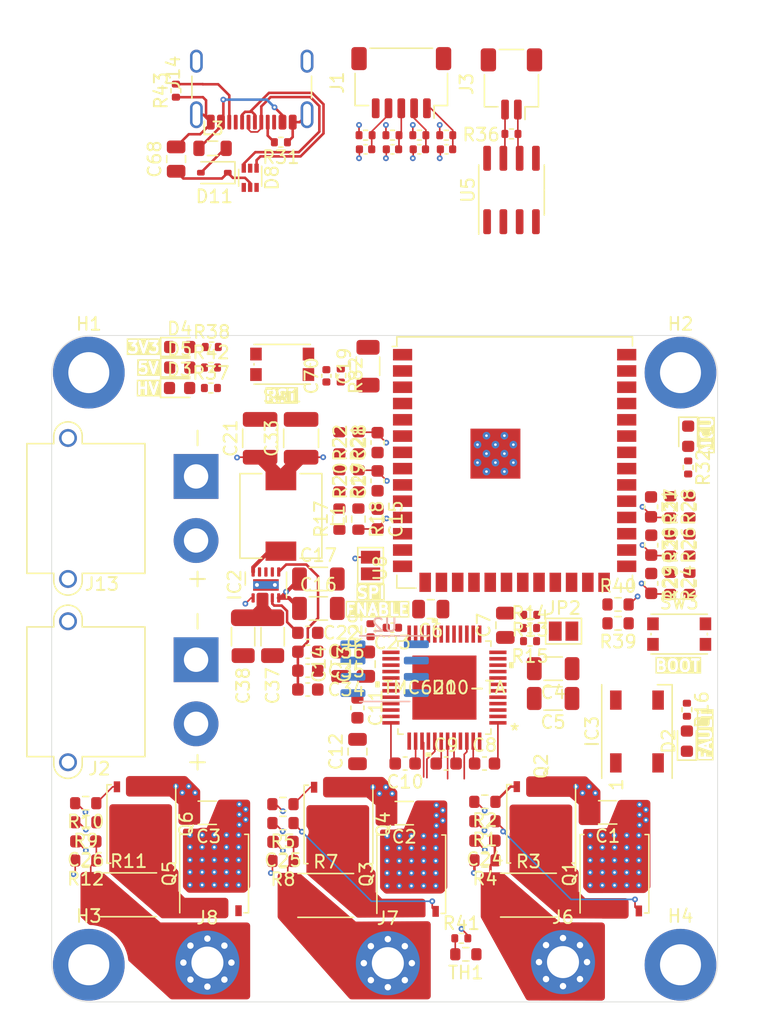
<source format=kicad_pcb>
(kicad_pcb (version 20221018) (generator pcbnew)
  (layers (0 "F.Cu" signal) (1 "In1.Cu" signal "GND") (2 "In2.Cu" signal "VM") (31 "B.Cu" signal) (34 "B.Paste" user) (35 "F.Paste" user) (36 "B.SilkS" user "B.Silkscreen") (37 "F.SilkS" user "F.Silkscreen") (38 "B.Mask" user) (39 "F.Mask" user) (44 "Edge.Cuts" user))
  (net 0 "")
  (net 1 "Net-(U1-12VOUT)")
  (net 2 "GND")
  (net 3 "Net-(U1-CPO)")
  (net 4 "Net-(U1-CPI)")
  (net 5 "Net-(U1-VCP)")
  (net 6 "Net-(J6-Pin_1)")
  (net 7 "Net-(J7-Pin_1)")
  (net 8 "/Power/HSU")
  (net 9 "/Power/LSU")
  (net 10 "/Power/SENSE_U")
  (net 11 "/Power/HSV")
  (net 12 "/Power/LSV")
  (net 13 "/Power/SENSE_V")
  (net 14 "/Power/HSW")
  (net 15 "/Power/LSW")
  (net 16 "/Power/SENSE_W")
  (net 17 "/Power/5VOUT")
  (net 18 "Net-(J8-Pin_1)")
  (net 19 "/Power/VOFS")
  (net 20 "/Power/CU")
  (net 21 "/Power/CV")
  (net 22 "/Power/CW")
  (net 23 "EN")
  (net 24 "Net-(D2-A)")
  (net 25 "USB_D+")
  (net 26 "USB_D-")
  (net 27 "MCU_D-")
  (net 28 "MCU_D+")
  (net 29 "Net-(D11-A)")
  (net 30 "+3V3")
  (net 31 "+5V")
  (net 32 "/PHASE_U_RAW")
  (net 33 "/PHASE_V_RAW")
  (net 34 "/PHASE_W_RAW")
  (net 35 "/CUR_U")
  (net 36 "/CUR_V")
  (net 37 "/CUR_W")
  (net 38 "/PHASE_U_FILTERED")
  (net 39 "/PHASE_V_FILTERED")
  (net 40 "/PHASE_W_FILTERED")
  (net 41 "Net-(J3-Pin_1)")
  (net 42 "Net-(JP1-B)")
  (net 43 "VBUS")
  (net 44 "/CURU_5V")
  (net 45 "/CURV_5V")
  (net 46 "/CURW_5V")
  (net 47 "/MCU/WL")
  (net 48 "/MCU/WH")
  (net 49 "/MCU/VL")
  (net 50 "/MCU/VH")
  (net 51 "/MCU/UL")
  (net 52 "/MCU/UH")
  (net 53 "/MCU/DRV_ENABLE")
  (net 54 "Net-(Q1-G)")
  (net 55 "Net-(Q2-G)")
  (net 56 "Net-(J3-Pin_2)")
  (net 57 "Net-(J14-CC2)")
  (net 58 "Net-(Q3-G)")
  (net 59 "Net-(Q4-G)")
  (net 60 "Net-(Q5-G)")
  (net 61 "Net-(Q6-G)")
  (net 63 "/HALL1")
  (net 64 "/HALL2")
  (net 65 "/HALL3")
  (net 66 "/MCU/MAG_CSN")
  (net 67 "/MCU/MAG_CLK")
  (net 68 "/MCU/MAG_DO")
  (net 74 "/MCU/DRV_NCS")
  (net 76 "/VM")
  (net 77 "/V_M_FILTERED")
  (net 78 "/PCB_TEMP")
  (net 79 "/Power/FAULT")
  (net 81 "/MCU/IO2")
  (net 82 "BOOT")
  (net 83 "/MCU/DRV_SCK")
  (net 84 "/MCU/DRV_MOSI")
  (net 85 "/MCU/DRV_MISO")
  (net 88 "I2C_SDA")
  (net 89 "I2C_SCL")
  (net 90 "/CAN_TX")
  (net 91 "/CAN_RX")
  (net 92 "/MOTOR_TEMP")
  (net 94 "Net-(IC2-VCC)")
  (net 95 "Net-(IC2-SS)")
  (net 96 "Net-(IC2-LX)")
  (net 99 "Net-(D1-A)")
  (net 100 "Net-(J14-CC1)")
  (net 103 "/MCU/LED")
  (net 104 "Net-(D3-A)")
  (net 105 "Net-(D4-A)")
  (net 106 "Net-(D5-A)")
  (footprint "Capacitor_SMD:C_1210_3225Metric" (layer "F.Cu") (at 149.325 102.51 90)
    (fp_text reference "C33")
    (fp_text value "22uF")
  )
  (footprint "Package_TO_SOT_SMD:TDSON-8-1" (layer "F.Cu") (at 157.926677 136.518081 90)
    (fp_text reference "Q3")
    (fp_text value "BSC026N08NS5" hide)
  )
  (footprint "Capacitor_SMD:C_0402_1005Metric" (layer "F.Cu") (at 158.56 79.96 180)
    (fp_text reference "C45" hide)
    (fp_text value "DNP")
  )
  (footprint "Capacitor_SMD:C_0603_1608Metric" (layer "F.Cu") (at 147.911507 133.993305 180)
    (fp_text reference "C25")
    (fp_text value "1nF/100V")
  )
  (footprint "Connector_JST:JST_SH_SM05B-SRSS-TB_1x05-1MP_P1.00mm_Horizontal" (layer "F.Cu") (at 157.15 74.76 180)
    (fp_text reference "J1")
    (fp_text value "Conn_01x05_Pin")
  )
  (footprint "Resistor_SMD:R_0402_1005Metric" (layer "F.Cu") (at 179.45 123.685 -90)
    (fp_text reference "R16")
    (fp_text value "330")
  )
  (footprint "Resistor_SMD:R_0603_1608Metric" (layer "F.Cu") (at 132.509752 130.979922 180)
    (fp_text reference "R10")
    (fp_text value "2R2")
  )
  (footprint "Capacitor_SMD:C_1206_3216Metric" (layer "F.Cu") (at 173.265519 131.695419 180)
    (fp_text reference "C1")
    (fp_text value "2.2uF/50V")
  )
  (footprint "Resistor_SMD:R_0603_1608Metric" (layer "F.Cu") (at 153.8 108.813172 -90)
    (fp_text reference "R18")
    (fp_text value "2k2")
  )
  (footprint "Connector_JST:JST_SH_SM02B-SRSS-TB_1x02-1MP_P1.00mm_Horizontal" (layer "F.Cu") (at 165.75 74.86 180)
    (fp_text reference "J3")
    (fp_text value "Conn_01x02_Pin")
  )
  (footprint "Capacitor_SMD:C_1210_3225Metric" (layer "F.Cu") (at 146.125 102.51 90)
    (fp_text reference "C21")
    (fp_text value "22uF")
  )
  (footprint "Capacitor_SMD:C_0805_2012Metric" (layer "F.Cu") (at 159.45 115.835 180)
    (fp_text reference "C6")
    (fp_text value "100nF/100V")
  )
  (footprint "Resistor_SMD:R_0402_1005Metric" (layer "F.Cu") (at 154.75 117.485 90)
    (fp_text reference "R29")
    (fp_text value "10k")
  )
  (footprint "Capacitor_SMD:C_0603_1608Metric" (layer "F.Cu") (at 176.664789 110.845555 -90)
    (fp_text reference "C30")
    (fp_text value "DNP")
  )
  (footprint "Package_SO:SOIC-8_3.9x4.9mm_P1.27mm" (layer "F.Cu") (at 165.755 83.135 90)
    (fp_text reference "U5")
    (fp_text value "SN65HVD232")
  )
  (footprint "Resistor_SMD:R_0603_1608Metric" (layer "F.Cu") (at 153.812917 102.859999 90)
    (fp_text reference "R22")
    (fp_text value "2k2")
  )
  (footprint "footprints:TMC6200-TA" (layer "F.Cu") (at 160.517377 121.959684 180)
    (fp_text reference "U1")
    (fp_text value "TMC6200-TA")
  )
  (footprint "Resistor_SMD:R_0603_1608Metric" (layer "F.Cu") (at 163.675 130.871964 180)
    (fp_text reference "R2")
    (fp_text value "2R2")
  )
  (footprint "Resistor_SMD:R_0402_1005Metric" (layer "F.Cu") (at 167.201002 117.313901)
    (fp_text reference "R14")
    (fp_text value "10k")
  )
  (footprint "LED_SMD:LED_0603_1608Metric" (layer "F.Cu") (at 179.55 102.3475 -90)
    (fp_text reference "D1")
    (fp_text value "LED")
  )
  (footprint "Resistor_SMD:R_2512_6332Metric" (layer "F.Cu") (at 167.079038 138.153634)
    (fp_text reference "R3")
    (fp_text value "33mR")
  )
  (footprint "Resistor_SMD:R_0402_1005Metric" (layer "F.Cu") (at 154.36 78.86)
    (fp_text reference "R35" hide)
    (fp_text value "2k2")
  )
  (footprint "Capacitor_SMD:C_0805_2012Metric" (layer "F.Cu") (at 153.729153 126.949381 90)
    (fp_text reference "C12")
    (fp_text value "100nF/100V")
  )
  (footprint "Capacitor_SMD:C_0603_1608Metric" (layer "F.Cu") (at 149.849999 120.639237)
    (fp_text reference "C35")
    (fp_text value "1nF/100V")
  )
  (footprint "Capacitor_SMD:C_0603_1608Metric" (layer "F.Cu") (at 160.65 127.885)
    (fp_text reference "C9")
    (fp_text value "470nF/16V")
  )
  (footprint "Resistor_SMD:R_2512_6332Metric" (layer "F.Cu") (at 151.249685 138.174928)
    (fp_text reference "R7")
    (fp_text value "33mR")
  )
  (footprint "Capacitor_SMD:C_1206_3216Metric" (layer "F.Cu") (at 154.55 96.885 90)
    (fp_text reference "C19")
    (fp_text value "100nF")
  )
  (footprint "Resistor_SMD:R_0603_1608Metric" (layer "F.Cu") (at 174.076176 116.945 180)
    (fp_text reference "R39")
    (fp_text value "22k")
  )
  (footprint "RF_Module:ESP32-S3-WROOM-1U" (layer "F.Cu") (at 166 104.395)
    (fp_text reference "U8")
    (fp_text value "ESP32-S3-WROOM-1")
  )
  (footprint "Capacitor_SMD:C_0603_1608Metric" (layer "F.Cu") (at 163.681897 133.905997 180)
    (fp_text reference "C24")
    (fp_text value "1nF/100V")
  )
  (footprint "Resistor_SMD:R_0603_1608Metric" (layer "F.Cu") (at 132.514208 135.450652 180)
    (fp_text reference "R12")
    (fp_text value "10R")
  )
  (footprint "Resistor_SMD:R_2512_6332Metric" (layer "F.Cu") (at 135.863235 138.125441)
    (fp_text reference "R11")
    (fp_text value "33mR")
  )
  (footprint "Resistor_SMD:R_0402_1005Metric" (layer "F.Cu") (at 152.425 97.61 -90)
    (fp_text reference "R82")
    (fp_text value "10K")
  )
  (footprint "Capacitor_SMD:C_1206_3216Metric" (layer "F.Cu") (at 144.8 117.989235 -90)
    (fp_text reference "C38")
    (fp_text value "2.2uF")
  )
  (footprint "Resistor_SMD:R_0603_1608Metric" (layer "F.Cu") (at 147.915557 135.48646 180)
    (fp_text reference "R8")
    (fp_text value "10R")
  )
  (footprint "Jumper:SolderJumper-2_P1.3mm_Open_Pad1.0x1.5mm" (layer "F.Cu") (at 154.75 112.435 -90)
    (fp_text reference "JP1" hide)
    (fp_text value "SolderJumper_2_Open" hide)
  )
  (footprint "Button_Switch_SMD:SW_Push_1P1T_NO_CK_KMR2" (layer "F.Cu") (at 178.85 117.785)
    (fp_text reference "SW3")
    (fp_text value "SW_Push_Dual_x2")
  )
  (footprint "Jumper:SolderJumper-2_P1.3mm_Open_Pad1.0x1.5mm" (layer "F.Cu") (at 169.8195 117.554533)
    (fp_text reference "JP2")
    (fp_text value "SolderJumper_2_Open")
  )
  (footprint "Resistor_SMD:R_0603_1608Metric" (layer "F.Cu") (at 132.519164 132.46849 180)
    (fp_text reference "R9")
    (fp_text value "2R2")
  )
  (footprint "MountingHole:MountingHole_2.5mm_Pad_Via" (layer "F.Cu") (at 142.010825 143.417328)
    (fp_text reference "J8")
    (fp_text value "Conn_02x02_Counter_Clockwise")
  )
  (footprint "Capacitor_SMD:C_0603_1608Metric" (layer "F.Cu") (at 176.66265 113.831775 -90)
    (fp_text reference "C29")
    (fp_text value "DNP")
  )
  (footprint "Connector_AMASS:AMASS_XT30PW-M_1x02_P2.50mm_Horizontal" (layer "F.Cu") (at 141.125 105.485 90)
    (fp_text reference "J13")
    (fp_text value "Conn_01x02")
  )
  (footprint "MountingHole:MountingHole_2.5mm_Pad_Via" (layer "F.Cu") (at 169.775825 143.376887)
    (fp_text reference "J6")
    (fp_text value "Conn_02x02_Counter_Clockwise")
  )
  (footprint "Capacitor_SMD:C_1206_3216Metric" (layer "F.Cu") (at 141.998859 131.727162 180)
    (fp_text reference "C3")
    (fp_text value "2.2uF/50V")
  )
  (footprint "Resistor_SMD:R_0603_1608Metric" (layer "F.Cu") (at 152.316829 102.863171 -90)
    (fp_text reference "R21")
    (fp_text value "1k5")
  )
  (footprint "Capacitor_SMD:C_0805_2012Metric" (layer "F.Cu") (at 152.405112 120.135 90)
    (fp_text reference "C14")
    (fp_text value "100nF/100V")
  )
  (footprint "Capacitor_SMD:C_0805_2012Metric" (layer "F.Cu") (at 139.566872 80.724609 90)
    (fp_text reference "C68")
    (fp_text value "22uF")
  )
  (footprint "Package_TO_SOT_SMD:SOT-563" (layer "F.Cu") (at 145.35 82.185 -90)
    (fp_text reference "D8")
    (fp_text value "NUF2042XV6T1G")
  )
  (footprint "Resistor_SMD:R_0603_1608Metric" (layer "F.Cu") (at 147.909075 131.055408 180)
    (fp_text reference "R6" hide)
    (fp_text value "2R2")
  )
  (footprint "Inductor_SMD:L_0805_2012Metric" (layer "F.Cu") (at 142.413481 79.885482)
    (fp_text reference "L3")
    (fp_text value "100Mhz 40Ohm 1.5A")
  )
  (footprint "Resistor_SMD:R_0402_1005Metric" (layer "F.Cu") (at 156.46 78.86)
    (fp_text reference "R34" hide)
    (fp_text value "2k2")
  )
  (footprint "Capacitor_SMD:C_0805_2012Metric" (layer "F.Cu") (at 165.272312 117.09648 90)
    (fp_text reference "C7")
    (fp_text value "100nF/100V")
  )
  (footprint "LED_SMD:LED_0603_1608Metric" (layer "F.Cu") (at 139.85 95.385)
    (fp_text reference "D4")
    (fp_text value "LED")
  )
  (footprint "Resistor_SMD:R_0603_1608Metric" (layer "F.Cu") (at 163.679707 132.386826 180)
    (fp_text reference "R1")
    (fp_text value "2R2")
  )
  (footprint "Capacitor_SMD:C_0402_1005Metric" (layer "F.Cu") (at 156.46 79.96 180)
    (fp_text reference "C46" hide)
    (fp_text value "DNP")
  )
  (footprint "Resistor_SMD:R_0603_1608Metric" (layer "F.Cu") (at 179.65 110.834679 90)
    (fp_text reference "R25")
    (fp_text value "22k")
  )
  (footprint "Resistor_SMD:R_0402_1005Metric" (layer "F.Cu") (at 147.75 79.411745 180)
    (fp_text reference "R31")
    (fp_text value "5.1K")
  )
  (footprint "Capacitor_SMD:C_0603_1608Metric" (layer "F.Cu") (at 149.85 117.685)
    (fp_text reference "C22")
    (fp_text value "2.2uF")
  )
  (footprint "Resistor_SMD:R_0402_1005Metric" (layer "F.Cu") (at 158.56 78.86)
    (fp_text reference "R33" hide)
    (fp_text value "2k2")
  )
  (footprint "LED_SMD:LED_WS2812B_PLCC4_5.0x5.0mm_P3.2mm" (layer "F.Cu") (at 175.55 125.385 90)
    (fp_text reference "IC3")
    (fp_text value "WS2812B")
  )
  (footprint "MountingHole:MountingHole_2.5mm_Pad_Via" (layer "F.Cu") (at 156.099403 143.459175)
    (fp_text reference "J7")
    (fp_text value "Conn_02x02_Counter_Clockwise")
  )
  (footprint "Connector_AMASS:AMASS_XT30PW-M_1x02_P2.50mm_Horizontal" (layer "F.Cu") (at 141.125 119.785 90)
    (fp_text reference "J2")
    (fp_text value "Conn_01x02")
  )
  (footprint "Resistor_SMD:R_0402_1005Metric" (layer "F.Cu") (at 161.835537 141.518209)
    (fp_text reference "R41")
    (fp_text value "10k")
  )
  (footprint "Package_TO_SOT_SMD:TDSON-8-1" (layer "F.Cu") (at 152.246799 132.633113 -90)
    (fp_text reference "Q4")
    (fp_text value "BSC026N08NS5")
  )
  (footprint "Package_TO_SOT_SMD:TDSON-8-1" (layer "F.Cu") (at 136.851971 132.600104 -90)
    (fp_text reference "Q6")
    (fp_text value "BSC026N08NS5")
  )
  (footprint "MountingHole:MountingHole_3.2mm_M3_DIN965_Pad_TopBottom" (layer "F.Cu") (at 132.75 97.385)
    (fp_text reference "H1")
    (fp_text value "MountingHole_Pad")
  )
  (footprint "Capacitor_SMD:C_0603_1608Metric" (layer "F.Cu") (at 155.3 108.81 -90)
    (fp_text reference "C15")
    (fp_text value "DNP")
  )
  (footprint "Resistor_SMD:R_0603_1608Metric" (layer "F.Cu") (at 178.138194 113.829416 -90)
    (fp_text reference "R24")
    (fp_text value "1k5")
  )
  (footprint "Package_TO_SOT_SMD:TDSON-8-1" (layer "F.Cu") (at 142.535466 136.468482 90)
    (fp_text reference "Q5")
    (fp_text value "BSC026N08NS5" hide)
  )
  (footprint "Resistor_SMD:R_0603_1608Metric" (layer "F.Cu") (at 179.65 113.828405 90)
    (fp_text reference "R23")
    (fp_text value "22k")
  )
  (footprint "Resistor_SMD:R_0402_1005Metric" (layer "F.Cu") (at 167.202353 118.334793 180)
    (fp_text reference "R15")
    (fp_text value "10k")
  )
  (footprint "LED_SMD:LED_0603_1608Metric" (layer "F.Cu") (at 139.8375 98.585)
    (fp_text reference "D3")
    (fp_text value "LED")
  )
  (footprint "Capacitor_SMD:C_1206_3216Metric" (layer "F.Cu") (at 150.675 113.485)
    (fp_text reference "C17")
    (fp_text value "100nF")
  )
  (footprint "Resistor_SMD:R_0603_1608Metric" (layer "F.Cu") (at 174.075 115.472228)
    (fp_text reference "R40")
    (fp_text value "1k5")
  )
  (footprint "Resistor_SMD:R_0402_1005Metric" (layer "F.Cu") (at 165.75 78.76)
    (fp_text reference "R36")
    (fp_text value "120")
  )
  (footprint "Package_TO_SOT_SMD:TDSON-8-1" (layer "F.Cu") (at 173.794844 136.485 90)
    (fp_text reference "Q1")
    (fp_text value "BSC026N08NS5" hide)
  )
  (footprint "Capacitor_SMD:C_0402_1005Metric" (layer "F.Cu") (at 160.68 79.96 180)
    (fp_text reference "C32" hide)
    (fp_text value "100nF")
  )
  (footprint "Resistor_SMD:R_0603_1608Metric" (layer "F.Cu") (at 178.15 110.835 -90)
    (fp_text reference "R26")
    (fp_text value "1k5")
  )
  (footprint "Capacitor_SMD:C_0402_1005Metric" (layer "F.Cu") (at 151.3 97.635 90)
    (fp_text reference "C70")
    (fp_text value "1uF")
  )
  (footprint "Resistor_SMD:R_0402_1005Metric" (layer "F.Cu") (at 167.217378 116.284183 180)
    (fp_text reference "R13")
    (fp_text value "DNP")
  )
  (footprint "Package_TO_SOT_SMD:TDSON-8-1" (layer "F.Cu") (at 168.072522 132.587465 -90)
    (fp_text reference "Q2")
    (fp_text value "BSC026N08NS5")
  )
  (footprint "Resistor_SMD:R_0603_1608Metric" (layer "F.Cu") (at 162.189533 142.767152 180)
    (fp_text reference "TH1")
    (fp_text value "Thermistor_NTC")
  )
  (footprint "Capacitor_SMD:C_0603_1608Metric" (layer "F.Cu") (at 155.297222 102.843171 90)
    (fp_text reference "C28")
    (fp_text value "DNP")
  )
  (footprint "Capacitor_SMD:C_0603_1608Metric" (layer "F.Cu") (at 149.85 119.16)
    (fp_text reference "C36")
    (fp_text value "1nF/100V")
  )
  (footprint "LED_SMD:LED_0603_1608Metric" (layer "F.Cu") (at 179.45 126.135 90)
    (fp_text reference "D2")
    (fp_text value "LED")
  )
  (footprint "Capacitor_SMD:C_0402_1005Metric" (layer "F.Cu") (at 154.36 79.96 180)
    (fp_text reference "C47" hide)
    (fp_text value "DNP")
  )
  (footprint "Capacitor_SMD:C_0603_1608Metric" (layer "F.Cu") (at 153.723666 123.540738 -90)
    (fp_text reference "C11")
    (fp_text value "22nF/100V")
  )
  (footprint "Resistor_SMD:R_0402_1005Metric" (layer "F.Cu") (at 179.55 104.785 -90)
    (fp_text reference "R32")
    (fp_text value "330")
  )
  (footprint "Capacitor_SMD:C_0603_1608Metric" (layer "F.Cu") (at 132.51865 133.959438 180)
    (fp_text reference "C26")
    (fp_text value "1nF/100V")
  )
  (footprint "Resistor_SMD:R_0603_1608Metric" (layer "F.Cu") (at 152.316829 105.828171 -90)
    (fp_text reference "R19")
    (fp_text value "1k5")
  )
  (footprint "Connector_USB:USB_C_Receptacle_GCT_USB4105-xx-A_16P_TopMnt_Horizontal" (layer "F.Cu") (at 145.47 74.16 180)
    (fp_text reference "J14")
    (fp_text value "USB_C_Receptacle_USB2.0")
  )
  (footprint "MountingHole:MountingHole_3.2mm_M3_DIN965_Pad_TopBottom" (layer "F.Cu") (at 132.75 143.585)
    (fp_text reference "H3")
    (fp_text value "MountingHole_Pad")
  )
  (footprint "Package_DFN_QFN:TDFN-10-1EP_2x3mm_P0.5mm_EP0.9x2mm_ThermalVias" (layer "F.Cu") (at 146.579236 113.951737 90)
    (fp_text reference "IC2")
    (fp_text value "MAX17502EATB+T")
  )
  (footprint "Resistor_SMD:R_0603_1608Metric" (layer "F.Cu") (at 153.814399 105.824999 90)
    (fp_text reference "R20")
    (fp_text value "2k2")
  )
  (footprint "Capacitor_SMD:C_0603_1608Metric" (layer "F.Cu") (at 157.45 127.885 180)
    (fp_text reference "C10")
    (fp_text value "470nF/16V")
  )
  (footprint "Resistor_SMD:R_0603_1608Metric" (layer "F.Cu") (at 163.68576 135.436405 180)
    (fp_text reference "R4")
    (fp_text value "10R")
  )
  (footprint "Capacitor_SMD:C_0603_1608Metric" (layer "F.Cu") (at 155.297222 105.828171 90)
    (fp_text reference "C27")
    (fp_text value "DNP")
  )
  (footprint "Capacitor_SMD:C_0402_1005Metric" (layer "F.Cu") (at 156.45 117.285 180)
    (fp_text reference "C23")
    (fp_text value "0.1uF")
  )
  (footprint "Resistor_SMD:R_0402_1005Metric" (layer "F.Cu") (at 139.55 75.385 90)
    (fp_text reference "R43")
    (fp_text value "5.1K")
  )
  (footprint "Capacitor_SMD:C_0603_1608Metric" (layer "F.Cu") (at 163.65 127.885)
    (fp_text reference "C8")
    (fp_text value "470nF/16V")
  )
  (footprint "Resistor_SMD:R_0603_1608Metric" (layer "F.Cu") (at 147.910763 132.52902 180)
    (fp_text reference "R5")
    (fp_text value "2R2")
  )
  (footprint "Resistor_SMD:R_0603_1608Metric" (layer "F.Cu") (at 179.65 107.859751 90)
    (fp_text reference "R27")
    (fp_text value "22k")
  )
  (footprint "Capacitor_SMD:C_0805_2012Metric" (layer "F.Cu") (at 154.375 120.130582 90)
    (fp_text reference "C13")
    (fp_text value "100nF/100V" hide)
  )
  (footprint "MountingHole:MountingHole_3.2mm_M3_DIN965_Pad_TopBottom" (layer "F.Cu") (at 178.95 97.385)
    (fp_text reference "H2")
    (fp_text value "MountingHole_Pad")
  )
  (footprint "LED_SMD:LED_0603_1608Metric" (layer "F.Cu") (at 139.85 96.985)
    (fp_text reference "D5")
    (fp_text value "LED")
  )
  (footprint "Button_Switch_SMD:SW_Push_1P1T_NO_CK_KMR2" (layer "F.Cu") (at 147.85 96.735 180)
    (fp_text reference "SW1")
    (fp_text value "SW_Push_Dual_x2")
  )
  (footprint "Capacitor_SMD:C_1206_3216Metric" (layer "F.Cu") (at 150.675 115.785)
    (fp_text reference "C16")
    (fp_text value "2.2uF")
  )
  (footprint "Capacitor_SMD:C_1206_3216Metric" (layer "F.Cu") (at 169.002659 122.808212 180)
    (fp_text reference "C5")
    (fp_text value "2.2uF/50V")
  )
  (footprint "Capacitor_SMD:C_1206_3216Metric" (layer "F.Cu") (at 169.009356 120.482629 180)
    (fp_text reference "C4")
    (fp_text value "2.2uF/50V")
  )
  (footprint "Capacitor_SMD:C_1206_3216Metric" (layer "F.Cu") (at 147.104236 117.989237 -90)
    (fp_text reference "C37")
    (fp_text value "2.2uF")
  )
  (footprint "Resistor_SMD:R_0402_1005Metric" (layer "F.Cu") (at 142.35 95.385)
    (fp_text reference "R38")
    (fp_text value "330")
  )
  (footprint "Capacitor_SMD:C_0603_1608Metric" (layer "F.Cu") (at 176.65 107.86 -90)
    (fp_text reference "C31")
    (fp_text value "DNP")
  )
  (footprint "Resistor_SMD:R_0603_1608Metric" (layer "F.Cu") (at 152.316829 108.813171 90)
    (fp_text reference "R17")
    (fp_text value "1k5")
  )
  (footprint "Capacitor_SMD:C_1206_3216Metric" (layer "F.Cu") (at 157.381781 131.752786 180)
    (fp_text reference "C2")
    (fp_text value "2.2uF/50V")
  )
  (footprint "Inductor_SMD:L_6.3x6.3_H3" (layer "F.Cu") (at 147.75 108.564236 -90)
    (fp_text reference "L1")
    (fp_text value "L 15uh")
  )
  (footprint "Resistor_SMD:R_0402_1005Metric" (layer "F.Cu") (at 160.66 78.86)
    (fp_text reference "R30" hide)
    (fp_text value "10k")
  )
  (footprint "MountingHole:MountingHole_3.2mm_M3_DIN965_Pad_TopBottom" (layer "F.Cu") (at 178.95 143.585)
    (fp_text reference "H4")
    (fp_text value "MountingHole_Pad")
  )
  (footprint "Resistor_SMD:R_0402_1005Metric" (layer "F.Cu") (at 142.29 96.985)
    (fp_text reference "R42")
    (fp_text value "330")
  )
  (footprint "Resistor_SMD:R_0402_1005Metric" (layer "F.Cu") (at 142.285 98.585)
    (fp_text reference "R37")
    (fp_text value "330")
  )
  (footprint "Capacitor_SMD:C_0603_1608Metric" (layer "F.Cu") (at 149.85 122.11)
    (fp_text reference "C34")
    (fp_text value "1nF/100V")
  )
  (footprint "Resistor_SMD:R_0603_1608Metric" (layer "F.Cu") (at 178.15 107.86 -90)
    (fp_text reference "R28")
    (fp_text value "1k5")
  )
  (footprint "Diode_SMD:D_SOD-323" (layer "F.Cu") (at 142.55 81.785 180)
    (fp_text reference "D11")
    (fp_text value "D")
  )
  (footprint "Package_SO:SOIC-8_3.9x4.9mm_P1.27mm" (layer "B.Cu") (at 155.85 120.485 180)
    (fp_text reference "U2")
    (fp_text value "MT6701-CT")
  )
  (gr_arc (start 129.85 97.485) (mid 130.72868 95.36368) (end 132.85 94.485) (stroke (width 0.05)) (layer "Edge.Cuts"))
  (gr_arc (start 132.85 146.485) (mid 130.72868 145.60632) (end 129.85 143.485) (stroke (width 0.05)) (layer "Edge.Cuts"))
  (gr_arc (start 181.85 143.485) (mid 180.97132 145.60632) (end 178.85 146.485) (stroke (width 0.05)) (layer "Edge.Cuts"))
  (gr_line (start 132.85 94.485) (end 178.85 94.485) (stroke (width 0.05)) (layer "Edge.Cuts"))
  (gr_line (start 129.85 143.485) (end 129.85 97.485) (stroke (width 0.05)) (layer "Edge.Cuts"))
  (gr_line (start 181.85 97.485) (end 181.85 143.485) (stroke (width 0.05)) (layer "Edge.Cuts"))
  (gr_line (start 178.85 146.485) (end 132.85 146.485) (stroke (width 0.05)) (layer "Edge.Cuts"))
  (gr_arc (start 178.85 94.485) (mid 180.97132 95.36368) (end 181.85 97.485) (stroke (width 0.05)) (layer "Edge.Cuts"))
  (gr_text "FAULT" (at 181.45 127.785 90) (layer "F.SilkS" knockout) (effects (font (size 0.9 0.9) (thickness 0.2) bold) (justify left bottom)))
  (gr_text "SPI" (at 153.55 115.085) (layer "F.SilkS" knockout) (effects (font (size 0.9 0.9) (thickness 0.2) bold) (justify left bottom)))
  (gr_text "BOOT" (at 176.85 120.785) (layer "F.SilkS" knockout) (effects (font (size 0.9 0.9) (thickness 0.2) bold) (justify left bottom)))
  (gr_text "MCU" (at 181.55 103.825 90) (layer "F.SilkS" knockout) (effects (font (size 0.9 0.9) (thickness 0.2) bold) (justify left bottom)))
  (gr_text "HV" (at 136.35 99.16) (layer "F.SilkS" knockout) (effects (font (size 0.9 0.9) (thickness 0.2) bold) (justify left bottom)))
  (gr_text "5V" (at 136.425 97.56) (layer "F.SilkS" knockout) (effects (font (size 0.9 0.9) (thickness 0.2) bold) (justify left bottom)))
  (gr_text "ENABLE" (at 152.65 116.414993) (layer "F.SilkS" knockout) (effects (font (size 0.9 0.9) (thickness 0.2) bold) (justify left bottom)))
  (gr_text "3V3" (at 135.65 95.935) (layer "F.SilkS" knockout) (effects (font (size 0.9 0.9) (thickness 0.2) bold) (justify left bottom)))
  (gr_text "RST" (at 146.4 99.735) (layer "F.SilkS" knockout) (effects (font (size 0.9 0.9) (thickness 0.2) bold) (justify left bottom)))
  (segment (start 155.297222 102.068171) (end 155.297222 102.172293) (width 0.127) (layer "F.Cu") (net 2))
  (segment (start 141.45 78.785) (end 140.556481 78.785) (width 0.2) (layer "F.Cu") (net 2))
  (segment (start 162.959727 133.905997) (end 163.674274 134.620544) (width 0.127) (layer "F.Cu") (net 2))
  (segment (start 141.695 77.265) (end 142.27 77.84) (width 0.2) (layer "F.Cu") (net 2))
  (segment (start 149.215 77.84) (end 149.79 77.265) (width 0.2) (layer "F.Cu") (net 2))
  (segment (start 176.7 108.685) (end 176.65 108.635) (width 0.127) (layer "F.Cu") (net 2))
  (segment (start 176.65 108.519649) (end 175.983477 107.853126) (width 0.127) (layer "F.Cu") (net 2))
  (segment (start 176.66265 114.582952) (end 175.909598 113.8299) (width 0.127) (layer "F.Cu") (net 2))
  (segment (start 155.3 109.535) (end 155.3 109.460129) (width 0.127) (layer "F.Cu") (net 2))
  (segment (start 178.15 108.685) (end 176.7 108.685) (width 0.127) (layer "F.Cu") (net 2))
  (segment (start 158.08 80.63) (end 158.05 80.66) (width 0.127) (layer "F.Cu") (net 2))
  (segment (start 131.81865 133.959438) (end 132.51865 134.659438) (width 0.127) (layer "F.Cu") (net 2))
  (segment (start 162.345537 141.280537) (end 161.85 140.785) (width 0.127) (layer "F.Cu") (net 2))
  (segment (start 176.664789 111.520148) (end 175.98295 110.838309) (width 0.127) (layer "F.Cu") (net 2))
  (segment (start 140.556481 78.785) (end 139.566872 79.774609) (width 0.2) (layer "F.Cu") (net 2))
  (segment (start 153.88 79.96) (end 153.88 80.63) (width 0.127) (layer "F.Cu") (net 2))
  (segment (start 158.08 79.96) (end 158.08 80.63) (width 0.127) (layer "F.Cu") (net 2))
  (segment (start 155.26405 102.034999) (end 155.297222 102.068171) (width 0.127) (layer "F.Cu") (net 2))
  (segment (start 155.98 79.96) (end 155.98 80.63) (width 0.127) (layer "F.Cu") (net 2))
  (segment (start 145.579236 114.964237) (end 145.425 114.964237) (width 0.127) (layer "F.Cu") (net 2))
  (segment (start 176.664789 111.620555) (end 176.664789 111.520148) (width 0.127) (layer "F.Cu") (net 2))
  (segment (start 153.811227 109.581828) (end 155.253172 109.581828) (width 0.127) (layer "F.Cu") (net 2))
  (segment (start 155.98 80.63) (end 155.95 80.66) (width 0.127) (layer "F.Cu") (net 2))
  (segment (start 147.136507 133.993305) (end 147.215678 133.993305) (width 0.127) (layer "F.Cu") (net 2))
  (segment (start 142.27 77.84) (end 141.905 77.475) (width 0.2) (layer "F.Cu") (net 2))
  (segment (start 131.74365 133.959438) (end 131.74365 133.984438) (width 0.127) (layer "F.Cu") (net 2))
  (segment (start 142.27 77.84) (end 142.27 77.965) (width 0.2) (layer "F.Cu") (net 2))
  (segment (start 141.905 77.475) (end 141.905 76.14) (width 0.2) (layer "F.Cu") (net 2))
  (segment (start 174.9 115.472228) (end 174.973948 115.472228) (width 0.127) (layer "F.Cu") (net 2))
  (segment (start 145.425 114.964237) (end 144.975 115.414237) (width 0.127) (layer "F.Cu") (net 2))
  (segment (start 148.67 77.84) (end 149.215 77.84) (width 0.2) (layer "F.Cu") (net 2))
  (segment (start 131.74365 133.959438) (end 131.81865 133.959438) (width 0.127) (layer "F.Cu") (net 2))
  (segment (start 155.253172 109.581828) (end 155.3 109.535) (width 0.127) (layer "F.Cu") (net 2))
  (segment (start 148.67 79.001745) (end 148.67 77.84) (width 0.2) (layer "F.Cu") (net 2))
  (segment (start 153.814399 104.999999) (end 155.24405 104.999999) (width 0.127) (layer "F.Cu") (net 2))
  (segment (start 153.812917 102.034999) (end 155.26405 102.034999) (width 0.127) (layer "F.Cu") (net 2))
  (segment (start 160.2 79.96) (end 160.2 80.61) (width 0.127) (layer "F.Cu") (net 2))
  (segment (start 174.973948 115.472228) (end 175.601176 114.845) (width 0.127) (layer "F.Cu") (net 2))
  (segment (start 155.3 109.460129) (end 155.999498 108.760631) (width 0.127) (layer "F.Cu") (net 2))
  (segment (start 176.65 108.635) (end 176.65 108.519649) (width 0.127) (layer "F.Cu") (net 2))
  (segment (start 176.710291 114.654416) (end 176.66265 114.606775) (width 0.127) (layer "F.Cu") (net 2))
  (segment (start 147.215678 133.993305) (end 147.900742 134.678369) (width 0.127) (layer "F.Cu") (net 2))
  (segment (start 141.905 76.14) (end 141.66 75.895) (width 0.2) (layer "F.Cu") (net 2))
  (segment (start 155.297222 105.053171) (end 155.297222 105.10578) (width 0.127) (layer "F.Cu") (net 2))
  (segment (start 141.15 77.265) (end 141.695 77.265) (width 0.2) (layer "F.Cu") (net 2))
  (segment (start 176.66265 114.606775) (end 176.66265 114.582952) (width 0.127) (layer "F.Cu") (net 2))
  (segment (start 178.138194 114.654416) (end 176.710291 114.654416) (width 0.127) (layer "F.Cu") (net 2))
  (segment (start 148.26 79.411745) (end 148.67 79.001745) (width 0.2) (layer "F.Cu") (net 2))
  (segment (start 160.2 80.61) (end 160.15 80.66) (width 0.127) (layer "F.Cu") (net 2))
  (segment (start 176.704234 111.66) (end 176.664789 111.620555) (width 0.127) (layer "F.Cu") (net 2))
  (segment (start 155.24405 104.999999) (end 155.297222 105.053171) (width 0.127) (layer "F.Cu") (net 2))
  (segment (start 162.345537 141.518209) (end 162.345537 141.280537) (width 0.127) (layer "F.Cu") (net 2))
  (segment (start 142.27 77.965) (end 141.45 78.785) (width 0.2) (layer "F.Cu") (net 2))
  (segment (start 178.15 111.66) (end 176.704234 111.66) (width 0.127) (layer "F.Cu") (net 2))
  (segment (start 153.88 80.63) (end 153.85 80.66) (width 0.127) (layer "F.Cu") (net 2))
  (segment (start 141.66 75.895) (end 139.55 75.895) (width 0.2) (layer "F.Cu") (net 2))
  (segment (start 155.297222 102.172293) (end 155.976182 102.851253) (width 0.127) (layer "F.Cu") (net 2))
  (segment (start 155.297222 105.10578) (end 156.022813 105.831371) (width 0.127) (layer "F.Cu") (net 2))
  (via (at 158.05 80.66) (size 0.45) (drill 0.2) (layers "F.Cu" "B.Cu") (net 2))
  (via (at 163.674274 134.620544) (size 0.45) (drill 0.2) (layers "F.Cu" "B.Cu") (net 2))
  (via (at 171.799844 129.685) (size 0.45) (drill 0.2) (layers "F.Cu" "B.Cu") (net 2))
  (via (at 140.05 130.16) (size 0.45) (drill 0.2) (layers "F.Cu" "B.Cu") (net 2))
  (via (at 175.601176 114.845) (size 0.45) (drill 0.2) (layers "F.Cu" "B.Cu") (net 2))
  (via (at 156.441417 130.22902) (size 0.45) (drill 0.2) (layers "F.Cu" "B.Cu") (net 2))
  (via (at 161.85 140.785) (size 0.45) (drill 0.2) (layers "F.Cu" "B.Cu") (net 2))
  (via (at 144.975 115.414237) (size 0.45) (drill 0.2) (layers "F.Cu" "B.Cu") (net 2))
  (via (at 154.941417 129.72902) (size 0.45) (drill 0.2) (layers "F.Cu" "B.Cu") (net 2))
  (via (at 172.299844 130.185) (size 0.45) (drill 0.2) (layers "F.Cu" "B.Cu") (net 2))
  (via (at 155.941417 129.72902) (size 0.45) (drill 0.2) (layers "F.Cu" "B.Cu") (net 2))
  (via (at 155.976182 102.851253) (size 0.45) (drill 0.2) (layers "F.Cu" "B.Cu") (net 2))
  (via (at 141.05 130.16) (size 0.45) (drill 0.2) (layers "F.Cu" "B.Cu") (net 2))
  (via (at 153.85 80.66) (size 0.45) (drill 0.2) (layers "F.Cu" "B.Cu") (net 2))
  (via (at 132.51865 134.659438) (size 0.45) (drill 0.2) (layers "F.Cu" "B.Cu") (net 2))
  (via (at 156.022813 105.831371) (size 0.45) (drill 0.2) (layers "F.Cu" "B.Cu") (net 2))
  (via (at 160.15 80.66) (size 0.45) (drill 0.2) (layers "F.Cu" "B.Cu") (net 2))
  (via (at 155.999498 108.760631) (size 0.45) (drill 0.2) (layers "F.Cu" "B.Cu") (net 2))
  (via (at 175.983477 107.853126) (size 0.45) (drill 0.2) (layers "F.Cu" "B.Cu") (net 2))
  (via (at 175.98295 110.838309) (size 0.45) (drill 0.2) (layers "F.Cu" "B.Cu") (net 2))
  (via (at 155.441417 130.22902) (size 0.45) (drill 0.2) (layers "F.Cu" "B.Cu") (net 2))
  (via (at 170.799844 129.685) (size 0.45) (drill 0.2) (layers "F.Cu" "B.Cu") (net 2))
  (via (at 139.55 129.66) (size 0.45) (drill 0.2) (layers "F.Cu" "B.Cu") (net 2))
  (via (at 155.95 80.66) (size 0.45) (drill 0.2) (layers "F.Cu" "B.Cu") (net 2))
  (via (at 140.55 129.66) (size 0.45) (drill 0.2) (layers "F.Cu" "B.Cu") (net 2))
  (via (at 171.299844 130.185) (size 0.45) (drill 0.2) (layers "F.Cu" "B.Cu") (net 2))
  (via (at 175.909598 113.8299) (size 0.45) (drill 0.2) (layers "F.Cu" "B.Cu") (net 2))
  (via (at 147.900742 134.678369) (size 0.45) (drill 0.2) (layers "F.Cu" "B.Cu") (net 2))
  (segment (start 164.116538 135.830627) (end 164.51076 135.436405) (width 0.2) (layer "F.Cu") (net 6))
  (segment (start 164.116538 138.153634) (end 164.116538 135.830627) (width 0.2) (layer "F.Cu") (net 6))
  (segment (start 164.456897 135.382542) (end 164.51076 135.436405) (width 0.2) (layer "F.Cu") (net 6))
  (segment (start 164.456897 133.905997) (end 164.456897 135.382542) (width 0.2) (layer "F.Cu") (net 6))
  (segment (start 148.287185 138.174928) (end 147.952066 138.510047) (width 0.127) (layer "F.Cu") (net 7))
  (segment (start 148.287185 138.174928) (end 148.287185 135.939832) (width 0.127) (layer "F.Cu") (net 7))
  (segment (start 148.287185 135.939832) (end 148.740557 135.48646) (width 0.127) (layer "F.Cu") (net 7))
  (segment (start 148.740557 135.48646) (end 148.740557 134.047355) (width 0.127) (layer "F.Cu") (net 7))
  (segment (start 148.740557 134.047355) (end 148.686507 133.993305) (width 0.127) (layer "F.Cu") (net 7))
  (segment (start 162.854707 132.386826) (end 162.934678 132.386826) (width 0.127) (layer "F.Cu") (net 8))
  (segment (start 162.934678 132.386826) (end 163.647683 133.099831) (width 0.127) (layer "F.Cu") (net 8))
  (segment (start 162.854707 132.386826) (end 163.032289 132.386826) (width 0.127) (layer "F.Cu") (net 8))
  (via (at 163.647683 133.099831) (size 0.45) (drill 0.2) (layers "F.Cu" "B.Cu") (net 8))
  (segment (start 162.85 130.871964) (end 162.983774 130.871964) (width 0.127) (layer "F.Cu") (net 9))
  (segment (start 162.983774 130.871964) (end 163.660513 131.548703) (width 0.127) (layer "F.Cu") (net 9))
  (segment (start 162.85 130.871964) (end 162.85 130.961964) (width 0.127) (layer "F.Cu") (net 9))
  (via (at 163.660513 131.548703) (size 0.45) (drill 0.2) (layers "F.Cu" "B.Cu") (net 9))
  (segment (start 162.86076 135.436405) (end 162.86076 136.376642) (width 0.2) (layer "F.Cu") (net 10))
  (segment (start 162.267376 126.967624) (end 162.15 127.085) (width 0.127) (layer "F.Cu") (net 10))
  (segment (start 162.86076 136.376642) (end 162.814038 136.423364) (width 0.2) (layer "F.Cu") (net 10))
  (segment (start 162.0655 127.785) (end 162.0655 129.0695) (width 0.127) (layer "F.Cu") (net 10))
  (segment (start 162.0655 127.1695) (end 162.0655 127.785) (width 0.127) (layer "F.Cu") (net 10))
  (segment (start 162.15 127.085) (end 162.0655 127.1695) (width 0.127) (layer "F.Cu") (net 10))
  (segment (start 162.267376 126.135185) (end 162.267376 126.967624) (width 0.127) (layer "F.Cu") (net 10))
  (via (at 162.814038 136.423364) (size 0.45) (drill 0.2) (layers "F.Cu" "B.Cu") (net 10))
  (segment (start 147.249619 132.52902) (end 147.891483 133.170884) (width 0.127) (layer "F.Cu") (net 11))
  (segment (start 160.767377 126.135185) (end 160.767377 129.067623) (width 0.127) (layer "F.Cu") (net 11))
  (segment (start 147.085763 132.52902) (end 147.249619 132.52902) (width 0.127) (layer "F.Cu") (net 11))
  (via (at 147.891483 133.170884) (size 0.45) (drill 0.2) (layers "F.Cu" "B.Cu") (net 11))
  (segment (start 147.084075 131.055408) (end 147.357962 131.055408) (width 0.127) (layer "F.Cu") (net 12))
  (segment (start 147.357962 131.055408) (end 147.907168 131.604614) (width 0.127) (layer "F.Cu") (net 12))
  (via (at 147.907168 131.604614) (size 0.45) (drill 0.2) (layers "F.Cu" "B.Cu") (net 12))
  (segment (start 159.15 128.385) (end 159.15 128.985) (width 0.127) (layer "F.Cu") (net 13))
  (segment (start 159.61486 127.085) (end 159.60616 127.085) (width 0.127) (layer "F.Cu") (net 13))
  (segment (start 159.15 127.54116) (end 159.15 128.385) (width 0.127) (layer "F.Cu") (net 13))
  (segment (start 159.767376 126.932484) (end 159.61486 127.085) (width 0.127) (layer "F.Cu") (net 13))
  (segment (start 147.090557 135.48646) (end 147.090557 136.30488) (width 0.127) (layer "F.Cu") (net 13))
  (segment (start 159.60616 127.085) (end 159.15 127.54116) (width 0.127) (layer "F.Cu") (net 13))
  (segment (start 147.090557 136.30488) (end 146.966417 136.42902) (width 0.127) (layer "F.Cu") (net 13))
  (segment (start 159.767376 126.135185) (end 159.767376 126.932484) (width 0.127) (layer "F.Cu") (net 13))
  (via (at 146.966417 136.42902) (size 0.45) (drill 0.2) (layers "F.Cu" "B.Cu") (net 13))
  (segment (start 131.94849 132.46849) (end 132.519022 133.039022) (width 0.127) (layer "F.Cu") (net 14))
  (segment (start 131.694164 132.46849) (end 131.94849 132.46849) (width 0.127) (layer "F.Cu") (net 14))
  (via (at 132.519022 133.039022) (size 0.45) (drill 0.2) (layers "F.Cu" "B.Cu") (net 14))
  (segment (start 131.795796 130.979922) (end 132.486993 131.671119) (width 0.127) (layer "F.Cu") (net 15))
  (via (at 132.486993 131.671119) (size 0.45) (drill 0.2) (layers "F.Cu" "B.Cu") (net 15))
  (segment (start 131.689208 136.370792) (end 131.55 136.51) (width 0.127) (layer "F.Cu") (net 16))
  (segment (start 158.896 126.263807) (end 158.896 128.931) (width 0.127) (layer "F.Cu") (net 16))
  (segment (start 158.767378 126.135185) (end 158.896 126.263807) (width 0.127) (layer "F.Cu") (net 16))
  (segment (start 131.689208 135.450652) (end 131.689208 136.370792) (width 0.127) (layer "F.Cu") (net 16))
  (via (at 131.55 136.51) (size 0.45) (drill 0.2) (layers "F.Cu" "B.Cu") (net 16))
  (segment (start 133.339208 134.004996) (end 133.29365 133.959438) (width 0.127) (layer "F.Cu") (net 18))
  (segment (start 133.339208 135.450652) (end 133.339208 134.004996) (width 0.127) (layer "F.Cu") (net 18))
  (segment (start 133.339208 135.450652) (end 132.900735 135.889125) (width 0.127) (layer "F.Cu") (net 18))
  (segment (start 132.900735 135.889125) (end 132.900735 138.125441) (width 0.127) (layer "F.Cu") (net 18))
  (segment (start 164.692878 127.617122) (end 164.425 127.885) (width 0.127) (layer "F.Cu") (net 20))
  (segment (start 164.692878 124.709684) (end 164.692878 127.617122) (width 0.127) (layer "F.Cu") (net 20))
  (segment (start 161.267378 126.135185) (end 161.267378 127.727378) (width 0.127) (layer "F.Cu") (net 21))
  (segment (start 161.267378 127.727378) (end 161.425 127.885) (width 0.127) (layer "F.Cu") (net 21))
  (segment (start 156.341876 124.709684) (end 156.341876 127.551876) (width 0.127) (layer "F.Cu") (net 22))
  (segment (start 156.341876 127.551876) (end 156.675 127.885) (width 0.127) (layer "F.Cu") (net 22))
  (segment (start 149.285448 80.512) (end 151.077 78.720448) (width 0.2) (layer "F.Cu") (net 25))
  (segment (start 145.35 77.038) (end 145.492999 77.038) (width 0.2) (layer "F.Cu") (net 25))
  (segment (start 145.72 77.265001) (end 145.72 77.84) (width 0.2) (layer "F.Cu") (net 25))
  (segment (start 145.25 77.038) (end 145.35 77.038) (width 0.2) (layer "F.Cu") (net 25))
  (segment (start 144.72 77.84) (end 144.72 77.265001) (width 0.2) (layer "F.Cu") (net 25))
  (segment (start 151.077 76.449552) (end 150.185448 75.558) (width 0.2) (layer "F.Cu") (net 25))
  (segment (start 145.85 81.435) (end 145.85 80.812) (width 0.2) (layer "F.Cu") (net 25))
  (segment (start 150.185448 75.558) (end 146.814552 75.558) (width 0.2) (layer "F.Cu") (net 25))
  (segment (start 144.72 77.265001) (end 144.947001 77.038) (width 0.2) (layer "F.Cu") (net 25))
  (segment (start 151.077 78.720448) (end 151.077 76.449552) (width 0.2) (layer "F.Cu") (net 25))
  (segment (start 146.15 80.512) (end 149.285448 80.512) (width 0.2) (layer "F.Cu") (net 25))
  (segment (start 145.35 77.022552) (end 145.35 77.038) (width 0.2) (layer "F.Cu") (net 25))
  (segment (start 145.85 80.812) (end 146.15 80.512) (width 0.2) (layer "F.Cu") (net 25))
  (segment (start 144.947001 77.038) (end 145.25 77.038) (width 0.2) (layer "F.Cu") (net 25))
  (segment (start 146.814552 75.558) (end 145.35 77.022552) (width 0.2) (layer "F.Cu") (net 25))
  (segment (start 145.492999 77.038) (end 145.72 77.265001) (width 0.2) (layer "F.Cu") (net 25))
  (segment (start 150.05 75.885) (end 150.75 76.585) (width 0.2) (layer "F.Cu") (net 26))
  (segment (start 146.22 77.84) (end 146.22 76.615) (width 0.2) (layer "F.Cu") (net 26))
  (segment (start 145.22 78.414999) (end 145.410501 78.6055) (width 0.127) (layer "F.Cu") (net 26))
  (segment (start 150.75 76.585) (end 150.75 78.585) (width 0.2) (layer "F.Cu") (net 26))
  (segment (start 145.410501 78.6055) (end 145.9295 78.6055) (width 0.127) (layer "F.Cu") (net 26))
  (segment (start 146.22 78.315) (end 146.22 77.84) (width 0.127) (layer "F.Cu") (net 26))
  (segment (start 150.75 78.585) (end 149.15 80.185) (width 0.2) (layer "F.Cu") (net 26))
  (segment (start 145.9295 78.6055) (end 146.22 78.315) (width 0.127) (layer "F.Cu") (net 26))
  (segment (start 145.75 80.185) (end 144.85 81.085) (width 0.2) (layer "F.Cu") (net 26))
  (segment (start 144.85 81.085) (end 144.85 81.435) (width 0.2) (layer "F.Cu") (net 26))
  (segment (start 145.22 77.84) (end 145.22 78.414999) (width 0.127) (layer "F.Cu") (net 26))
  (segment (start 146.22 76.615) (end 146.95 75.885) (width 0.2) (layer "F.Cu") (net 26))
  (segment (start 146.95 75.885) (end 150.05 75.885) (width 0.2) (layer "F.Cu") (net 26))
  (segment (start 149.15 80.185) (end 145.75 80.185) (width 0.2) (layer "F.Cu") (net 26))
  (segment (start 143.475981 79.885482) (end 143.399518 79.885482) (width 0.2) (layer "F.Cu") (net 29))
  (segment (start 143.399518 79.885482) (end 141.5 81.785) (width 0.2) (layer "F.Cu") (net 29))
  (segment (start 154.75 111.785) (end 153.65 111.785) (width 0.127) (layer "F.Cu") (net 30))
  (segment (start 148.379237 114.964237) (end 149.2 115.785) (width 0.3) (layer "F.Cu") (net 30))
  (segment (start 147.75 105.61) (end 146.125 103.985) (width 1) (layer "F.Cu") (net 30))
  (segment (start 149.325 103.985) (end 151.05 103.985) (width 0.127) (layer "F.Cu") (net 30))
  (segment (start 153.65 111.785) (end 153.55 111.885) (width 0.127) (layer "F.Cu") (net 30))
  (segment (start 147.75 105.56) (end 149.325 103.985) (width 1) (layer "F.Cu") (net 30))
  (segment (start 155.95 78.86) (end 155.95 78.06) (width 0.127) (layer "F.Cu") (net 30))
  (segment (start 147.579236 114.964237) (end 147.720763 114.964237) (width 0.3) (layer "F.Cu") (net 30))
  (segment (start 144.35 103.985) (end 144.325001 104.01) (width 0.127) (layer "F.Cu") (net 30))
  (segment (start 148.2 114.485) (end 149.2 113.485) (width 0.3) (layer "F.Cu") (net 30))
  (segment (start 148.15 114.535) (end 148.15 114.485) (width 0.3) (layer "F.Cu") (net 30))
  (segment (start 158.05 78.86) (end 158.05 78.06) (width 0.127) (layer "F.Cu") (net 30))
  (segment (start 160.15 78.76) (end 160.15 78.06) (width 0.127) (layer "F.Cu") (net 30))
  (segment (start 153.85 78.86) (end 153.85 78.06) (width 0.127) (layer "F.Cu") (net 30))
  (segment (start 146.125 103.985) (end 144.35 103.985) (width 0.127) (layer "F.Cu") (net 30))
  (segment (start 148.15 114.485) (end 148.2 114.485) (width 0.3) (layer "F.Cu") (net 30))
  (segment (start 147.720763 114.964237) (end 148.15 114.535) (width 0.3) (layer "F.Cu") (net 30))
  (segment (start 160.15 78.86) (end 160.15 78.76) (width 0.127) (layer "F.Cu") (net 30))
  (segment (start 147.579236 114.964237) (end 148.379237 114.964237) (width 0.3) (layer "F.Cu") (net 30))
  (via (at 144.325001 104.01) (size 0.45) (drill 0.2) (layers "F.Cu" "B.Cu") (net 30))
  (via (at 153.85 78.06) (size 0.45) (drill 0.2) (layers "F.Cu" "B.Cu") (net 30))
  (via (at 160.15 78.06) (size 0.45) (drill 0.2) (layers "F.Cu" "B.Cu") (net 30))
  (via (at 148.15 114.485) (size 0.45) (drill 0.2) (layers "F.Cu" "B.Cu") (net 30))
  (via (at 155.95 78.06) (size 0.45) (drill 0.2) (layers "F.Cu" "B.Cu") (net 30))
  (via (at 151.05 103.985) (size 0.45) (drill 0.2) (layers "F.Cu" "B.Cu") (net 30))
  (via (at 153.55 111.885) (size 0.45) (drill 0.2) (layers "F.Cu" "B.Cu") (net 30))
  (via (at 158.05 78.06) (size 0.45) (drill 0.2) (layers "F.Cu" "B.Cu") (net 30))
  (segment (start 144 82.185) (end 143.6 81.785) (width 0.2) (layer "F.Cu") (net 31))
  (segment (start 145.35 82.935) (end 145.35 82.585) (width 0.2) (layer "F.Cu") (net 31))
  (segment (start 139.566872 81.674609) (end 140.129263 82.237) (width 0.2) (layer "F.Cu") (net 31))
  (segment (start 140.129263 82.237) (end 143.148 82.237) (width 0.2) (layer "F.Cu") (net 31))
  (segment (start 143.148 82.237) (end 143.6 81.785) (width 0.2) (layer "F.Cu") (net 31))
  (segment (start 145.35 82.585) (end 144.95 82.185) (width 0.2) (layer "F.Cu") (net 31))
  (segment (start 144.95 82.185) (end 144 82.185) (width 0.2) (layer "F.Cu") (net 31))
  (segment (start 162.767378 127.777378) (end 162.875 127.885) (width 0.127) (layer "F.Cu") (net 32))
  (segment (start 162.767378 126.135185) (end 162.767378 127.777378) (width 0.127) (layer "F.Cu") (net 32))
  (segment (start 159.875 127.885) (end 160.267377 127.492623) (width 0.127) (layer "F.Cu") (net 33))
  (segment (start 160.267377 127.492623) (end 160.267377 126.135185) (width 0.127) (layer "F.Cu") (net 33))
  (segment (start 158.267376 126.135185) (end 158.267376 127.842624) (width 0.127) (layer "F.Cu") (net 34))
  (segment (start 158.267376 127.842624) (end 158.225 127.885) (width 0.127) (layer "F.Cu") (net 34))
  (segment (start 166.25 78.75) (end 166.26 78.76) (width 0.127) (layer "F.Cu") (net 41))
  (segment (start 166.25 76.86) (end 166.25 78.75) (width 0.127) (layer "F.Cu") (net 41))
  (segment (start 166.26 78.76) (end 166.26 80.53) (width 0.127) (layer "F.Cu") (net 41))
  (segment (start 166.26 80.53) (end 166.39 80.66) (width 0.127) (layer "F.Cu") (net 41))
  (segment (start 143.07 77.84) (end 143.07 78.166463) (width 0.2) (layer "F.Cu") (net 43))
  (segment (start 143.07 77.84) (end 143.255 77.655) (width 0.2) (layer "F.Cu") (net 43))
  (segment (start 143.255 76.09) (end 143.25 76.085) (width 0.2) (layer "F.Cu") (net 43))
  (segment (start 143.07 78.166463) (end 141.350981 79.885482) (width 0.2) (layer "F.Cu") (net 43))
  (segment (start 147.87 77.305) (end 147.25 76.685) (width 0.2) (layer "F.Cu") (net 43))
  (segment (start 147.87 77.84) (end 147.87 77.305) (width 0.2) (layer "F.Cu") (net 43))
  (segment (start 143.255 77.655) (end 143.255 76.09) (width 0.2) (layer "F.Cu") (net 43))
  (via (at 143.25 76.085) (size 0.45) (drill 0.2) (layers "F.Cu" "B.Cu") (net 43))
  (via (at 147.25 76.685) (size 0.45) (drill 0.2) (layers "F.Cu" "B.Cu") (net 43))
  (segment (start 143.25 76.085) (end 146.65 76.085) (width 0.2) (layer "B.Cu") (net 43))
  (segment (start 146.65 76.085) (end 147.25 76.685) (width 0.2) (layer "B.Cu") (net 43))
  (segment (start 165.099844 132.981963) (end 164.504707 132.386826) (width 0.127) (layer "F.Cu") (net 54))
  (segment (start 175.399844 139.085) (end 175.699844 139.385) (width 0.127) (layer "F.Cu") (net 54))
  (segment (start 165.099844 133.185) (end 165.099844 132.981963) (width 0.127) (layer "F.Cu") (net 54))
  (segment (start 175.399844 138.485) (end 175.399844 139.085) (width 0.127) (layer "F.Cu") (net 54))
  (via (at 165.099844 133.185) (size 0.45) (drill 0.2) (layers "F.Cu" "B.Cu") (net 54))
  (via (at 175.399844 138.485) (size 0.45) (drill 0.2) (layers "F.Cu" "B.Cu") (net 54))
  (segment (start 170.399844 138.485) (end 175.399844 138.485) (width 0.127) (layer "B.Cu") (net 54))
  (segment (start 165.099844 133.185) (end 170.399844 138.485) (width 0.127) (layer "B.Cu") (net 54))
  (segment (start 166.167522 129.687465) (end 165.684499 129.687465) (width 0.2) (layer "F.Cu") (net 55))
  (segment (start 165.684499 129.687465) (end 164.5 130.871964) (width 0.2) (layer "F.Cu") (net 55))
  (segment (start 165.25 76.86) (end 165.25 78.75) (width 0.127) (layer "F.Cu") (net 56))
  (segment (start 165.25 78.75) (end 165.24 78.76) (width 0.127) (layer "F.Cu") (net 56))
  (segment (start 165.24 78.76) (end 165.24 80.54) (width 0.127) (layer "F.Cu") (net 56))
  (segment (start 165.24 80.54) (end 165.12 80.66) (width 0.127) (layer "F.Cu") (net 56))
  (segment (start 143.72 75.755) (end 142.85 74.885) (width 0.2) (layer "F.Cu") (net 57))
  (segment (start 142.85 74.885) (end 141.654594 74.885) (width 0.2) (layer "F.Cu") (net 57))
  (segment (start 141.644594 74.875) (end 139.55 74.875) (width 0.2) (layer "F.Cu") (net 57))
  (segment (start 141.654594 74.885) (end 141.644594 74.875) (width 0.2) (layer "F.Cu") (net 57))
  (segment (start 143.72 77.84) (end 143.72 75.755) (width 0.2) (layer "F.Cu") (net 57))
  (segment (start 159.566417 139.152821) (end 159.831677 139.418081) (width 0.127) (layer "F.Cu") (net 58))
  (segment (start 148.735763 132.52902) (end 148.735763 132.548366) (width 0.127) (layer "F.Cu") (net 58))
  (segment (start 148.735763 132.548366) (end 149.391417 133.20402) (width 0.127) (layer "F.Cu") (net 58))
  (segment (start 159.566417 138.62902) (end 159.566417 139.152821) (width 0.127) (layer "F.Cu") (net 58))
  (via (at 159.566417 138.62902) (size 0.45) (drill 0.2) (layers "F.Cu" "B.Cu") (net 58))
  (via (at 149.391417 133.20402) (size 0.45) (drill 0.2) (layers "F.Cu" "B.Cu") (net 58))
  (segment (start 154.816417 138.62902) (end 159.566417 138.62902) (width 0.127) (layer "B.Cu") (net 58))
  (segment (start 149.391417 133.20402) (end 154.816417 138.62902) (width 0.127) (layer "B.Cu") (net 58))
  (segment (start 150.05637 129.733113) (end 150.341799 129.733113) (width 0.127) (layer "F.Cu") (net 59))
  (segment (start 148.734075 131.055408) (end 150.05637 129.733113) (width 0.127) (layer "F.Cu") (net 59))
  (segment (start 133.344164 132.46849) (end 133.40849 132.46849) (width 0.127) (layer "F.Cu") (net 60))
  (segment (start 133.344164 132.46849) (end 133.344164 132.658785) (width 0.127) (layer "F.Cu") (net 60))
  (segment (start 134.61457 129.700104) (end 134.946971 129.700104) (width 0.127) (layer "F.Cu") (net 61))
  (segment (start 133.334752 130.979922) (end 134.61457 129.700104) (width 0.127) (layer "F.Cu") (net 61))
  (segment (start 159.07 79.93) (end 159.04 79.96) (width 0.127) (layer "F.Cu") (net 63))
  (segment (start 159.07 78.86) (end 159.07 79.93) (width 0.127) (layer "F.Cu") (net 63))
  (segment (start 159.07 78.454999) (end 159.07 78.86) (width 0.127) (layer "F.Cu") (net 63))
  (segment (start 158.15 77.534999) (end 159.07 78.454999) (width 0.127) (layer "F.Cu") (net 63))
  (segment (start 158.15 76.76) (end 158.15 77.534999) (width 0.127) (layer "F.Cu") (net 63))
  (segment (start 157.15 78.68) (end 156.97 78.86) (width 0.127) (layer "F.Cu") (net 64))
  (segment (start 156.97 78.86) (end 156.97 79.93) (width 0.127) (layer "F.Cu") (net 64))
  (segment (start 157.15 76.76) (end 157.15 78.68) (width 0.127) (layer "F.Cu") (net 64))
  (segment (start 156.97 79.93) (end 156.94 79.96) (width 0.127) (layer "F.Cu") (net 64))
  (segment (start 154.84 78.89) (end 154.87 78.86) (width 0.127) (layer "F.Cu") (net 65))
  (segment (start 154.84 79.96) (end 154.84 78.89) (width 0.127) (layer "F.Cu") (net 65))
  (segment (start 154.87 78.540001) (end 154.87 78.86) (width 0.127) (layer "F.Cu") (net 65))
  (segment (start 156.15 76.76) (end 156.15 77.260001) (width 0.127) (layer "F.Cu") (net 65))
  (segment (start 156.15 77.260001) (end 154.87 78.540001) (width 0.127) (layer "F.Cu") (net 65))
  (via (at 171.899844 135.435) (size 0.45) (drill 0.2) (layers "F.Cu" "B.Cu") (net 76))
  (via (at 142.55 134.41) (size 0.45) (drill 0.2) (layers "F.Cu" "B.Cu") (net 76))
  (via (at 141.6 135.41) (size 0.45) (drill 0.2) (layers "F.Cu" "B.Cu") (net 76))
  (via (at 176.249844 131.49) (size 0.45) (drill 0.2) (layers "F.Cu" "B.Cu") (net 76))
  (via (at 142.55 135.41) (size 0.45) (drill 0.2) (layers "F.Cu" "B.Cu") (net 76))
  (via (at 144.5 131.065) (size 0.45) (drill 0.2) (layers "F.Cu" "B.Cu") (net 76))
  (via (at 159.841417 137.42902) (size 0.45) (drill 0.2) (layers "F.Cu" "B.Cu") (net 76))
  (via (at 175.699844 133.485) (size 0.45) (drill 0.2) (layers "F.Cu" "B.Cu") (net 76))
  (via (at 157.941417 133.52902) (size 0.45) (drill 0.2) (layers "F.Cu" "B.Cu") (net 76))
  (via (at 159.841417 136.42902) (size 0.45) (drill 0.2) (layers "F.Cu" "B.Cu") (net 76))
  (via (at 173.799844 133.485) (size 0.45) (drill 0.2) (layers "F.Cu" "B.Cu") (net 76))
  (via (at 144.45 133.46) (size 0.45) (drill 0.2) (layers "F.Cu" "B.Cu") (net 76))
  (via (at 174.749844 134.435) (size 0.45) (drill 0.2) (layers "F.Cu" "B.Cu") (net 76))
  (via (at 144.5 132.665) (size 0.45) (drill 0.2) (layers "F.Cu" "B.Cu") (net 76))
  (via (at 159.841417 134.47902) (size 0.45) (drill 0.2) (layers "F.Cu" "B.Cu") (net 76))
  (via (at 175.749844 132.69) (size 0.45) (drill 0.2) (layers "F.Cu" "B.Cu") (net 76))
  (via (at 144.45 136.36) (size 0.45) (drill 0.2) (layers "F.Cu" "B.Cu") (net 76))
  (via (at 140.65 133.46) (size 0.45) (drill 0.2) (layers "F.Cu" "B.Cu") (net 76))
  (via (at 143.5 133.46) (size 0.45) (drill 0.2) (layers "F.Cu" "B.Cu") (net 76))
  (via (at 143.5 134.41) (size 0.45) (drill 0.2) (layers "F.Cu" "B.Cu") (net 76))
  (via (at 159.841417 135.47902) (size 0.45) (drill 0.2) (layers "F.Cu" "B.Cu") (net 76))
  (via (at 156.041417 133.52902) (size 0.45) (drill 0.2) (layers "F.Cu" "B.Cu") (net 76))
  (via (at 174.749844 137.385) (size 0.45) (drill 0.2) (layers "F.Cu" "B.Cu") (net 76))
  (via (at 158.891417 137.42902) (size 0.45) (drill 0.2) (layers "F.Cu" "B.Cu") (net 76))
  (via (at 157.941417 137.42902) (size 0.45) (drill 0.2) (layers "F.Cu" "B.Cu") (net 76))
  (via (at 156.041417 137.42902) (size 0.45) (drill 0.2) (layers "F.Cu" "B.Cu") (net 76))
  (via (at 158.891417 133.52902) (size 0.45) (drill 0.2) (layers "F.Cu" "B.Cu") (net 76))
  (via (at 171.899844 137.385) (size 0.45) (drill 0.2) (layers "F.Cu" "B.Cu") (net 76))
  (via (at 160.391417 132.33402) (size 0.45) (drill 0.2) (layers "F.Cu" "B.Cu") (net 76))
  (via (at 175.699844 134.435) (size 0.45) (drill 0.2) (layers "F.Cu" "B.Cu") (net 76))
  (via (at 157.941417 135.47902) (size 0.45) (drill 0.2) (layers "F.Cu" "B.Cu") (net 76))
  (via (at 140.65 136.36) (size 0.45) (drill 0.2) (layers "F.Cu" "B.Cu") (net 76))
  (via (at 142.55 133.46) (size 0.45) (drill 0.2) (layers "F.Cu" "B.Cu") (net 76))
  (via (at 158.891417 134.47902) (size 0.45) (drill 0.2) (layers "F.Cu" "B.Cu") (net 76))
  (via (at 145 132.265) (size 0.45) (drill 0.2) (layers "F.Cu" "B.Cu") (net 76))
  (via (at 159.891417 131.13402) (size 0.45) (drill 0.2) (layers "F.Cu" "B.Cu") (net 76))
  (via (at 156.991417 133.52902) (size 0.45) (drill 0.2) (layers "F.Cu" "B.Cu") (net 76))
  (via (at 173.799844 134.435) (size 0.45) (drill 0.2) (layers "F.Cu" "B.Cu") (net 76))
  (via (at 171.899844 133.485) (size 0.45) (drill 0.2) (layers "F.Cu" "B.Cu") (net 76))
  (via (at 175.749844 131.89) (size 0.45) (drill 0.2) (layers "F.Cu" "B.Cu") (net 76))
  (via (at 156.041417 134.47902) (size 0.45) (drill 0.2) (layers "F.Cu" "B.Cu") (net 76))
  (via (at 159.891417 132.73402) (size 0.45) (drill 0.2) (layers "F.Cu" "B.Cu") (net 76))
  (via (at 175.699844 135.435) (size 0.45) (drill 0.2) (layers "F.Cu" "B.Cu") (net 76))
  (via (at 175.749844 131.09) (size 0.45) (drill 0.2) (layers "F.Cu" "B.Cu") (net 76))
  (via (at 144.5 131.865) (size 0.45) (drill 0.2) (layers "F.Cu" "B.Cu") (net 76))
  (via (at 156.041417 136.42902) (size 0.45) (drill 0.2) (layers "F.Cu" "B.Cu") (net 76))
  (via (at 172.849844 136.385) (size 0.45) (drill 0.2) (layers "F.Cu" "B.Cu") (net 76))
  (via (at 156.991417 136.42902) (size 0.45) (drill 0.2) (layers "F.Cu" "B.Cu") (net 76))
  (via (at 156.991417 137.42902) (size 0.45) (drill 0.2) (layers "F.Cu" "B.Cu") (net 76))
  (via (at 174.749844 133.485) (size 0.45) (drill 0.2) (layers "F.Cu" "B.Cu") (net 76))
  (via (at 142.55 137.36) (size 0.45) (drill 0.2) (layers "F.Cu" "B.Cu") (net 76))
  (via (at 174.749844 136.385) (size 0.45) (drill 0.2) (layers "F.Cu" "B.Cu") (net 76))
  (via (at 156.991417 135.47902) (size 0.45) (drill 0.2) (layers "F.Cu" "B.Cu") (net 76))
  (via (at 140.65 137.36) (size 0.45) (drill 0.2) (layers "F.Cu" "B.Cu") (net 76))
  (via (at 140.65 135.41) (size 0.45) (drill 0.2) (layers "F.Cu" "B.Cu") (net 76))
  (via (at 172.849844 133.485) (size 0.45) (drill 0.2) (layers "F.Cu" "B.Cu") (net 76))
  (via (at 156.041417 135.47902) (size 0.45) (drill 0.2) (layers "F.Cu" "B.Cu") (net 76))
  (via (at 144.45 135.41) (size 0.45) (drill 0.2) (layers "F.Cu" "B.Cu") (net 76))
  (via (at 143.5 137.36) (size 0.45) (drill 0.2) (layers "F.Cu" "B.Cu") (net 76))
  (via (at 173.799844 136.385) (size 0.45) (drill 0.2) (layers "F.Cu" "B.Cu") (net 76))
  (via (at 174.749844 135.435) (size 0.45) (drill 0.2) (layers "F.Cu" "B.Cu") (net 76))
  (via (at 175.699844 137.385) (size 0.45) (drill 0.2) (layers "F.Cu" "B.Cu") (net 76))
  (via (at 143.5 135.41) (size 0.45) (drill 0.2) (layers "F.Cu" "B.Cu") (net 76))
  (via (at 156.991417 134.47902) (size 0.45) (drill 0.2) (layers "F.Cu" "B.Cu") (net 76))
  (via (at 172.849844 137.385) (size 0.45) (drill 0.2) (layers "F.Cu" "B.Cu") (net 76))
  (via (at 158.891417 135.47902) (size 0.45) (drill 0.2) (layers "F.Cu" "B.Cu") (net 76))
  (via (at 158.891417 136.42902) (size 0.45) (drill 0.2) (layers "F.Cu" "B.Cu") (net 76))
  (via (at 159.841417 133.52902) (size 0.45) (drill 0.2) (layers "F.Cu" "B.Cu") (net 76))
  (via (at 176.249844 132.29) (size 0.45) (drill 0.2) (layers "F.Cu" "B.Cu") (net 76))
  (via (at 160.391417 131.53402) (size 0.45) (drill 0.2) (layers "F.Cu" "B.Cu") (net 76))
  (via (at 142.55 136.36) (size 0.45) (drill 0.2) (layers "F.Cu" "B.Cu") (net 76))
  (via (at 141.6 134.41) (size 0.45) (drill 0.2) (layers "F.Cu" "B.Cu") (net 76))
  (via (at 175.699844 136.385) (size 0.45) (drill 0.2) (layers "F.Cu" "B.Cu") (net 76))
  (via (at 144.45 134.41) (size 0.45) (drill 0.2) (layers "F.Cu" "B.Cu") (net 76))
  (via (at 173.799844 135.435) (size 0.45) (drill 0.2) (layers "F.Cu" "B.Cu") (net 76))
  (via (at 141.6 136.36) (size 0.45) (drill 0.2) (layers "F.Cu" "B.Cu") (net 76))
  (via (at 141.6 137.36) (size 0.45) (drill 0.2) (layers "F.Cu" "B.Cu") (net 76))
  (via (at 140.65 134.41) (size 0.45) (drill 0.2) (layers "F.Cu" "B.Cu") (net 76))
  (via (at 143.5 136.36) (size 0.45) (drill 0.2) (layers "F.Cu" "B.Cu") (net 76))
  (via (at 157.941417 134.47902) (size 0.45) (drill 0.2) (layers "F.Cu" "B.Cu") (net 76))
  (via (at 157.941417 136.42902) (size 0.45) (drill 0.2) (layers "F.Cu" "B.Cu") (net 76))
  (via (at 159.891417 131.93402) (size 0.45) (drill 0.2) (layers "F.Cu" "B.Cu") (net 76))
  (via (at 172.849844 135.435) (size 0.45) (drill 0.2) (layers "F.Cu" "B.Cu") (net 76))
  (via (at 144.45 137.36) (size 0.45) (drill 0.2) (layers "F.Cu" "B.Cu") (net 76))
  (via (at 145 131.465) (size 0.45) (drill 0.2) (layers "F.Cu" "B.Cu") (net 76))
  (via (at 141.6 133.46) (size 0.45) (drill 0.2) (layers "F.Cu" "B.Cu") (net 76))
  (via (at 171.899844 134.435) (size 0.45) (drill 0.2) (layers "F.Cu" "B.Cu") (net 76))
  (via (at 171.899844 136.385) (size 0.45) (drill 0.2) (layers "F.Cu" "B.Cu") (net 76))
  (via (at 172.849844 134.435) (size 0.45) (drill 0.2) (layers "F.Cu" "B.Cu") (net 76))
  (via (at 173.799844 137.385) (size 0.45) (drill 0.2) (layers "F.Cu" "B.Cu") (net 76))
  (segment (start 161.364533 141.557205) (end 161.325537 141.518209) (width 0.127) (layer "F.Cu") (net 78))
  (segment (start 161.125537 142.528156) (end 161.364533 142.767152) (width 0.127) (layer "F.Cu") (net 78))
  (segment (start 161.364533 142.767152) (end 161.364533 141.557205) (width 0.127) (layer "F.Cu") (net 78))
  (segment (start 159.449999 76.76) (end 161.17 78.480001) (width 0.127) (layer "F.Cu") (net 92))
  (segment (start 161.17 78.480001) (end 161.17 78.86) (width 0.127) (layer "F.Cu") (net 92))
  (segment (start 161.17 78.86) (end 161.17 79.95) (width 0.127) (layer "F.Cu") (net 92))
  (segment (start 161.17 79.95) (end 161.16 79.96) (width 0.127) (layer "F.Cu") (net 92))
  (segment (start 159.15 76.76) (end 159.449999 76.76) (width 0.127) (layer "F.Cu") (net 92))
  (segment (start 147.079236 115.414236) (end 147.079236 114.964237) (width 0.2) (layer "F.Cu") (net 94))
  (segment (start 147.225 115.56) (end 147.079236 115.414236) (width 0.2) (layer "F.Cu") (net 94))
  (segment (start 148.231236 115.984731) (end 147.806505 115.56) (width 0.2) (layer "F.Cu") (net 94))
  (segment (start 149.075 117.685) (end 148.231236 116.841236) (width 0.2) (layer "F.Cu") (net 94))
  (segment (start 147.806505 115.56) (end 147.225 115.56) (width 0.2) (layer "F.Cu") (net 94))
  (segment (start 148.231236 116.841236) (end 148.231236 115.984731) (width 0.2) (layer "F.Cu") (net 94))
  (segment (start 149.075 122.11) (end 149.075 119.16) (width 0.2) (layer "F.Cu") (net 95))
  (segment (start 149.729506 112.358) (end 150.65 113.278494) (width 0.2) (layer "F.Cu") (net 95))
  (segment (start 149.85 118.385) (end 149.075 119.16) (width 0.2) (layer "F.Cu") (net 95))
  (segment (start 150.65 116.53954) (end 149.85 117.33954) (width 0.2) (layer "F.Cu") (net 95))
  (segment (start 147.579236 112.939237) (end 148.160473 112.358) (width 0.2) (layer "F.Cu") (net 95))
  (segment (start 150.65 113.278494) (end 150.65 116.53954) (width 0.2) (layer "F.Cu") (net 95))
  (segment (start 149.85 117.33954) (end 149.85 118.385) (width 0.2) (layer "F.Cu") (net 95))
  (segment (start 148.160473 112.358) (end 149.729506 112.358) (width 0.2) (layer "F.Cu") (net 95))
  (segment (start 145.579236 112.939237) (end 145.579236 112.576738) (width 0.3) (layer "F.Cu") (net 96))
  (segment (start 146.841738 111.314236) (end 147.75 111.314236) (width 0.3) (layer "F.Cu") (net 96))
  (segment (start 145.579236 112.576738) (end 146.841738 111.314236) (width 0.3) (layer "F.Cu") (net 96))
  (segment (start 147.24 79.411745) (end 146.72 78.891745) (width 0.2) (layer "F.Cu") (net 100))
  (segment (start 146.72 78.891745) (end 146.72 77.84) (width 0.2) (layer "F.Cu") (net 100))
  (zone (net 76) (net_name "/VM") (layer "F.Cu") (priority 2) (connect_pads yes (clearance 0)) (min_thickness 0.25) (fill yes (thermal_gap 0.3) (thermal_bridge_width 0.3) (smoothing fillet) (radius 0.25))
    (polygon (pts (xy 141.964194 132.898364) (xy 140.1 132.898364) (xy 140.1 137.565) (xy 140.5 137.965) (xy 144.95 137.96) (xy 145.35 137.56) (xy 145.35 130.698364) (xy 142.864194 130.698364)))
  )
  (zone (net 2) (net_name "GND") (layer "F.Cu") (priority 5) (connect_pads yes (clearance 0.3)) (min_thickness 0.3) (fill yes (thermal_gap 0.3) (thermal_bridge_width 0.3) (smoothing fillet) (radius 0.25))
    (polygon (pts (xy 172.699844 132.685) (xy 172.699844 129.985) (xy 171.599844 128.885) (xy 166.899844 128.885) (xy 166.899844 130.485) (xy 170.299844 130.485) (xy 170.999844 131.085) (xy 170.999844 132.685)))
  )
  (zone (net 76) (net_name "/VM") (layer "F.Cu") (priority 4) (connect_pads yes (clearance 0)) (min_thickness 0.3) (fill yes (thermal_gap 0.3) (thermal_bridge_width 0.3) (smoothing fillet) (radius 2))
    (polygon (pts (xy 143.849999 116.96) (xy 143.849999 116.06) (xy 144.05 115.86) (xy 145.575 115.86) (xy 145.85 115.584999) (xy 145.85 114.635) (xy 145.925 114.56) (xy 146.7 114.56) (xy 146.775 114.635) (xy 146.775 115.56) (xy 147.025 115.86) (xy 147.849999 115.86) (xy 148.049999 116.06) (xy 148.049999 116.96) (xy 147.849998 117.16) (xy 144.049999 117.160001)))
  )
  (zone (net 2) (net_name "GND") (layer "F.Cu") (priority 5) (connect_pads yes (clearance 0.3)) (min_thickness 0.3) (fill yes (thermal_gap 0.3) (thermal_bridge_width 0.3) (smoothing fillet) (radius 0.25))
    (polygon (pts (xy 141.45 132.66) (xy 141.45 129.96) (xy 140.35 128.86) (xy 135.65 128.86) (xy 135.65 130.46) (xy 139.05 130.46) (xy 139.75 131.06) (xy 139.75 132.66)))
  )
  (zone (net 76) (net_name "/VM") (layer "F.Cu") (priority 2) (connect_pads yes (clearance 0)) (min_thickness 0.25) (fill yes (thermal_gap 0.3) (thermal_bridge_width 0.3) (smoothing fillet) (radius 0.25))
    (polygon (pts (xy 173.214038 132.923364) (xy 171.349844 132.923364) (xy 171.349844 137.59) (xy 171.749844 137.99) (xy 176.199844 137.985) (xy 176.599844 137.585) (xy 176.599844 130.723364) (xy 174.114038 130.723364)))
  )
  (zone (net 76) (net_name "/VM") (layer "F.Cu") (priority 2) (connect_pads yes (clearance 0)) (min_thickness 0.25) (fill yes (thermal_gap 0.3) (thermal_bridge_width 0.3) (smoothing fillet) (radius 0.25))
    (polygon (pts (xy 157.355611 132.967384) (xy 155.491417 132.967384) (xy 155.491417 137.63402) (xy 155.891417 138.03402) (xy 160.341417 138.02902) (xy 160.741417 137.62902) (xy 160.741417 130.767384) (xy 158.255611 130.767384)))
  )
  (zone (net 32) (net_name "/PHASE_U_RAW") (layer "F.Cu") (priority 6) (connect_pads yes (clearance 0.3)) (min_thickness 0.3) (fill yes (thermal_gap 0.3) (thermal_bridge_width 0.3) (smoothing fillet) (radius 0.25))
    (polygon (pts (xy 174.899844 139.985) (xy 174.899844 138.385) (xy 171.499844 138.385) (xy 170.999844 137.885) (xy 170.999844 136.285) (xy 170.499844 135.785) (xy 170.499844 131.085) (xy 165.599844 131.085) (xy 165.599844 136.585) (xy 169.599844 139.985)))
  )
  (zone (net 34) (net_name "/PHASE_W_RAW") (layer "F.Cu") (priority 6) (connect_pads yes (clearance 0.3)) (min_thickness 0.3) (fill yes (thermal_gap 0.3) (thermal_bridge_width 0.3) (smoothing fillet) (radius 0.25))
    (polygon (pts (xy 143.65 139.96) (xy 143.65 138.36) (xy 140.25 138.36) (xy 139.75 137.86) (xy 139.75 136.26) (xy 139.25 135.76) (xy 139.25 131.06) (xy 134.35 131.06) (xy 134.35 136.56) (xy 138.35 139.96)))
  )
  (zone (net 2) (net_name "GND") (layer "F.Cu") (priority 5) (connect_pads yes (clearance 0.3)) (min_thickness 0.3) (fill yes (thermal_gap 0.3) (thermal_bridge_width 0.3) (smoothing fillet) (radius 0.25))
    (polygon (pts (xy 156.841417 132.72902) (xy 156.841417 130.02902) (xy 155.741417 128.92902) (xy 151.041417 128.92902) (xy 151.041417 130.52902) (xy 154.441417 130.52902) (xy 155.141417 131.12902) (xy 155.141417 132.72902)))
  )
  (zone (net 18) (net_name "Net-(J8-Pin_1)") (layer "F.Cu") (priority 7) (connect_pads yes (clearance 0.3)) (min_thickness 0.3) (fill yes (thermal_gap 0.3) (thermal_bridge_width 0.3) (smoothing fillet) (radius 0.25))
    (polygon (pts (xy 132.100156 136.346964) (xy 133.800156 136.346964) (xy 138.35 140.285) (xy 145.35 140.285) (xy 145.35 146.285) (xy 139.15 146.285) (xy 132.100156 139.846964)))
  )
  (zone (net 33) (net_name "/PHASE_V_RAW") (layer "F.Cu") (priority 6) (connect_pads yes (clearance 0.3)) (min_thickness 0.3) (fill yes (thermal_gap 0.3) (thermal_bridge_width 0.3) (smoothing fillet) (radius 0.25))
    (polygon (pts (xy 159.041417 140.02902) (xy 159.041417 138.42902) (xy 155.641417 138.42902) (xy 155.141417 137.92902) (xy 155.141417 136.32902) (xy 154.641417 135.82902) (xy 154.641417 131.12902) (xy 149.741417 131.12902) (xy 149.741417 136.62902) (xy 153.741417 140.02902)))
  )
  (zone (net 7) (net_name "Net-(J7-Pin_1)") (layer "F.Cu") (priority 7) (connect_pads yes (clearance 0.3)) (min_thickness 0.3) (fill yes (thermal_gap 0.3) (thermal_bridge_width 0.3) (smoothing fillet) (radius 0.25))
    (polygon (pts (xy 147.491573 136.415984) (xy 149.191573 136.415984) (xy 153.596799 140.215984) (xy 159.45 140.185) (xy 159.45 146.285) (xy 153.15 146.285) (xy 147.491573 139.915984)))
  )
  (zone (net 6) (net_name "Net-(J6-Pin_1)") (layer "F.Cu") (priority 7) (connect_pads yes (clearance 0.3)) (min_thickness 0.3) (fill yes (thermal_gap 0.3) (thermal_bridge_width 0.3) (smoothing fillet) (radius 0.25))
    (polygon (pts (xy 163.35 136.371964) (xy 165.05 136.371964) (xy 169.55 140.271964) (xy 173.05 140.285) (xy 173.05 146.385) (xy 166.95 146.371964) (xy 163.35 139.871964)))
  )
)
</source>
